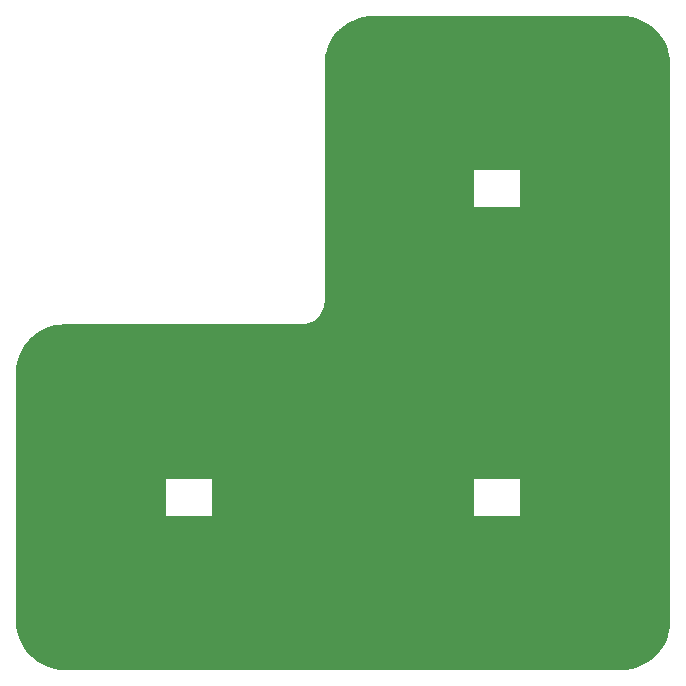
<source format=gbr>
%TF.GenerationSoftware,KiCad,Pcbnew,(5.1.10)-1*%
%TF.CreationDate,2023-07-23T11:40:44-05:00*%
%TF.ProjectId,perovskite_contact_board,7065726f-7673-46b6-9974-655f636f6e74,V3*%
%TF.SameCoordinates,Original*%
%TF.FileFunction,Soldermask,Top*%
%TF.FilePolarity,Negative*%
%FSLAX46Y46*%
G04 Gerber Fmt 4.6, Leading zero omitted, Abs format (unit mm)*
G04 Created by KiCad (PCBNEW (5.1.10)-1) date 2023-07-23 11:40:44*
%MOMM*%
%LPD*%
G01*
G04 APERTURE LIST*
%ADD10R,4.000000X4.000000*%
%ADD11R,7.400000X3.800000*%
%ADD12C,0.152400*%
%ADD13C,0.100000*%
G04 APERTURE END LIST*
D10*
%TO.C,U2*%
X147079000Y-110063000D03*
X126879000Y-110063000D03*
X136779000Y-120663000D03*
X136829000Y-100363000D03*
D11*
X128629000Y-120863000D03*
X145079000Y-120863000D03*
X145079000Y-100263000D03*
X128629000Y-100263000D03*
%TD*%
D10*
%TO.C,U3*%
X173177500Y-110063000D03*
X152977500Y-110063000D03*
X162877500Y-120663000D03*
X162927500Y-100363000D03*
D11*
X154727500Y-120863000D03*
X171177500Y-120863000D03*
X171177500Y-100263000D03*
X154727500Y-100263000D03*
%TD*%
D10*
%TO.C,U1*%
X173136000Y-83901000D03*
X152936000Y-83901000D03*
X162836000Y-94501000D03*
X162886000Y-74201000D03*
D11*
X154686000Y-94701000D03*
X171136000Y-94701000D03*
X171136000Y-74101000D03*
X154686000Y-74101000D03*
%TD*%
D12*
X173911569Y-69857761D02*
X174299861Y-69915359D01*
X174680639Y-70010739D01*
X175050234Y-70142982D01*
X175405087Y-70310815D01*
X175741781Y-70512622D01*
X176057073Y-70746458D01*
X176347927Y-71010073D01*
X176611542Y-71300927D01*
X176845378Y-71616219D01*
X177047185Y-71952913D01*
X177215018Y-72307766D01*
X177347261Y-72677361D01*
X177442641Y-73058139D01*
X177500239Y-73446431D01*
X177519500Y-73838500D01*
X177519500Y-121038499D01*
X177500239Y-121430568D01*
X177442641Y-121818860D01*
X177347261Y-122199638D01*
X177215018Y-122569233D01*
X177047185Y-122924086D01*
X176845378Y-123260780D01*
X176611542Y-123576072D01*
X176347927Y-123866926D01*
X176057073Y-124130541D01*
X175741781Y-124364377D01*
X175405087Y-124566184D01*
X175050234Y-124734017D01*
X174680639Y-124866260D01*
X174299861Y-124961640D01*
X173914522Y-125018800D01*
X125924479Y-125018800D01*
X125539140Y-124961640D01*
X125158362Y-124866260D01*
X124788767Y-124734017D01*
X124433914Y-124566184D01*
X124097220Y-124364377D01*
X123781928Y-124130541D01*
X123491074Y-123866926D01*
X123227459Y-123576072D01*
X122993623Y-123260780D01*
X122791816Y-122924086D01*
X122623983Y-122569233D01*
X122491740Y-122199638D01*
X122396360Y-121818860D01*
X122338762Y-121430568D01*
X122319501Y-121038499D01*
X122319501Y-108902500D01*
X134810500Y-108902500D01*
X134810500Y-112204500D01*
X138874500Y-112204500D01*
X138874500Y-108902500D01*
X134810500Y-108902500D01*
X122319501Y-108902500D01*
X122319501Y-108839000D01*
X160909000Y-108839000D01*
X160909000Y-112141000D01*
X164973000Y-112141000D01*
X164973000Y-108839000D01*
X160909000Y-108839000D01*
X122319501Y-108839000D01*
X122319501Y-99938499D01*
X122338762Y-99546430D01*
X122396360Y-99158138D01*
X122491740Y-98777360D01*
X122623983Y-98407765D01*
X122791816Y-98052912D01*
X122993623Y-97716218D01*
X123227459Y-97400926D01*
X123491074Y-97110072D01*
X123781928Y-96846457D01*
X124097220Y-96612621D01*
X124433914Y-96410814D01*
X124788767Y-96242981D01*
X125158362Y-96110738D01*
X125539140Y-96015358D01*
X125927432Y-95957760D01*
X126319501Y-95938499D01*
X146419500Y-95938499D01*
X146704130Y-95918142D01*
X146982965Y-95857485D01*
X147250330Y-95757763D01*
X147500782Y-95621006D01*
X147729221Y-95449998D01*
X147930999Y-95248220D01*
X148102007Y-95019781D01*
X148238764Y-94769329D01*
X148338486Y-94501964D01*
X148399143Y-94223129D01*
X148419500Y-93938499D01*
X148419500Y-82677000D01*
X160909000Y-82677000D01*
X160909000Y-85979000D01*
X164973000Y-85979000D01*
X164973000Y-82677000D01*
X160909000Y-82677000D01*
X148419500Y-82677000D01*
X148419500Y-75062397D01*
X148435896Y-73504743D01*
X148438761Y-73446431D01*
X148496359Y-73058139D01*
X148591739Y-72677361D01*
X148723982Y-72307766D01*
X148891815Y-71952913D01*
X149093622Y-71616219D01*
X149327458Y-71300927D01*
X149591073Y-71010073D01*
X149881927Y-70746458D01*
X150197219Y-70512622D01*
X150533913Y-70310815D01*
X150888766Y-70142982D01*
X151258361Y-70010739D01*
X151639139Y-69915359D01*
X152027431Y-69857761D01*
X152419500Y-69838500D01*
X173519500Y-69838500D01*
X173911569Y-69857761D01*
D13*
G36*
X173911569Y-69857761D02*
G01*
X174299861Y-69915359D01*
X174680639Y-70010739D01*
X175050234Y-70142982D01*
X175405087Y-70310815D01*
X175741781Y-70512622D01*
X176057073Y-70746458D01*
X176347927Y-71010073D01*
X176611542Y-71300927D01*
X176845378Y-71616219D01*
X177047185Y-71952913D01*
X177215018Y-72307766D01*
X177347261Y-72677361D01*
X177442641Y-73058139D01*
X177500239Y-73446431D01*
X177519500Y-73838500D01*
X177519500Y-121038499D01*
X177500239Y-121430568D01*
X177442641Y-121818860D01*
X177347261Y-122199638D01*
X177215018Y-122569233D01*
X177047185Y-122924086D01*
X176845378Y-123260780D01*
X176611542Y-123576072D01*
X176347927Y-123866926D01*
X176057073Y-124130541D01*
X175741781Y-124364377D01*
X175405087Y-124566184D01*
X175050234Y-124734017D01*
X174680639Y-124866260D01*
X174299861Y-124961640D01*
X173914522Y-125018800D01*
X125924479Y-125018800D01*
X125539140Y-124961640D01*
X125158362Y-124866260D01*
X124788767Y-124734017D01*
X124433914Y-124566184D01*
X124097220Y-124364377D01*
X123781928Y-124130541D01*
X123491074Y-123866926D01*
X123227459Y-123576072D01*
X122993623Y-123260780D01*
X122791816Y-122924086D01*
X122623983Y-122569233D01*
X122491740Y-122199638D01*
X122396360Y-121818860D01*
X122338762Y-121430568D01*
X122319501Y-121038499D01*
X122319501Y-108902500D01*
X134810500Y-108902500D01*
X134810500Y-112204500D01*
X138874500Y-112204500D01*
X138874500Y-108902500D01*
X134810500Y-108902500D01*
X122319501Y-108902500D01*
X122319501Y-108839000D01*
X160909000Y-108839000D01*
X160909000Y-112141000D01*
X164973000Y-112141000D01*
X164973000Y-108839000D01*
X160909000Y-108839000D01*
X122319501Y-108839000D01*
X122319501Y-99938499D01*
X122338762Y-99546430D01*
X122396360Y-99158138D01*
X122491740Y-98777360D01*
X122623983Y-98407765D01*
X122791816Y-98052912D01*
X122993623Y-97716218D01*
X123227459Y-97400926D01*
X123491074Y-97110072D01*
X123781928Y-96846457D01*
X124097220Y-96612621D01*
X124433914Y-96410814D01*
X124788767Y-96242981D01*
X125158362Y-96110738D01*
X125539140Y-96015358D01*
X125927432Y-95957760D01*
X126319501Y-95938499D01*
X146419500Y-95938499D01*
X146704130Y-95918142D01*
X146982965Y-95857485D01*
X147250330Y-95757763D01*
X147500782Y-95621006D01*
X147729221Y-95449998D01*
X147930999Y-95248220D01*
X148102007Y-95019781D01*
X148238764Y-94769329D01*
X148338486Y-94501964D01*
X148399143Y-94223129D01*
X148419500Y-93938499D01*
X148419500Y-82677000D01*
X160909000Y-82677000D01*
X160909000Y-85979000D01*
X164973000Y-85979000D01*
X164973000Y-82677000D01*
X160909000Y-82677000D01*
X148419500Y-82677000D01*
X148419500Y-75062397D01*
X148435896Y-73504743D01*
X148438761Y-73446431D01*
X148496359Y-73058139D01*
X148591739Y-72677361D01*
X148723982Y-72307766D01*
X148891815Y-71952913D01*
X149093622Y-71616219D01*
X149327458Y-71300927D01*
X149591073Y-71010073D01*
X149881927Y-70746458D01*
X150197219Y-70512622D01*
X150533913Y-70310815D01*
X150888766Y-70142982D01*
X151258361Y-70010739D01*
X151639139Y-69915359D01*
X152027431Y-69857761D01*
X152419500Y-69838500D01*
X173519500Y-69838500D01*
X173911569Y-69857761D01*
G37*
M02*

</source>
